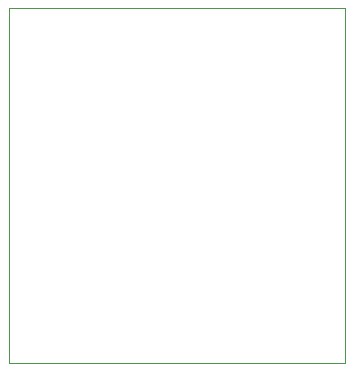
<source format=gbr>
%TF.GenerationSoftware,KiCad,Pcbnew,(5.1.6)-1*%
%TF.CreationDate,2021-09-30T15:23:08+02:00*%
%TF.ProjectId,Board,426f6172-642e-46b6-9963-61645f706362,rev?*%
%TF.SameCoordinates,PX367e320PY64168f0*%
%TF.FileFunction,Profile,NP*%
%FSLAX46Y46*%
G04 Gerber Fmt 4.6, Leading zero omitted, Abs format (unit mm)*
G04 Created by KiCad (PCBNEW (5.1.6)-1) date 2021-09-30 15:23:08*
%MOMM*%
%LPD*%
G01*
G04 APERTURE LIST*
%TA.AperFunction,Profile*%
%ADD10C,0.050000*%
%TD*%
G04 APERTURE END LIST*
D10*
X28500000Y0D02*
X0Y0D01*
X28500000Y30000000D02*
X28500000Y0D01*
X0Y30000000D02*
X28500000Y30000000D01*
X0Y0D02*
X0Y30000000D01*
M02*

</source>
